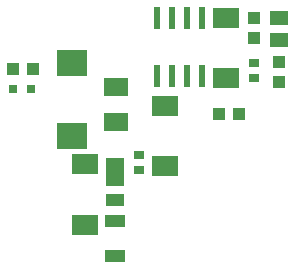
<source format=gbr>
G04 EAGLE Gerber RS-274X export*
G75*
%MOMM*%
%FSLAX34Y34*%
%LPD*%
%INSolderpaste Top*%
%IPPOS*%
%AMOC8*
5,1,8,0,0,1.08239X$1,22.5*%
G01*
%ADD10R,0.800000X0.800000*%
%ADD11R,1.000000X1.100000*%
%ADD12R,2.000000X1.500000*%
%ADD13R,2.520000X2.310000*%
%ADD14R,0.558800X1.981200*%
%ADD15R,0.900000X0.700000*%
%ADD16R,1.100000X1.000000*%
%ADD17R,1.500000X1.300000*%
%ADD18R,2.200000X1.800000*%
%ADD19R,1.800000X1.120000*%
%ADD20R,1.500000X1.050000*%
%ADD21R,1.500000X2.400000*%


D10*
X-139562Y3366D03*
X-124562Y3366D03*
D11*
X-139579Y20776D03*
X-122579Y20776D03*
D12*
X-52705Y-24652D03*
X-52705Y5348D03*
D13*
X-89535Y-35953D03*
X-89535Y26047D03*
D14*
X-17907Y14859D03*
X-5207Y14859D03*
X7493Y14859D03*
X20193Y14859D03*
X20193Y64135D03*
X7493Y64135D03*
X-5207Y64135D03*
X-17907Y64135D03*
D15*
X64331Y12654D03*
X64331Y25654D03*
D16*
X64447Y63863D03*
X64447Y46863D03*
D17*
X85852Y44983D03*
X85852Y63983D03*
D11*
X85852Y26661D03*
X85852Y9661D03*
D16*
X34553Y-17526D03*
X51553Y-17526D03*
D18*
X-78740Y-111225D03*
X-78740Y-60225D03*
D19*
X-53086Y-107909D03*
X-53086Y-137709D03*
D20*
X-53086Y-90053D03*
D21*
X-53086Y-66303D03*
D18*
X-11049Y-61949D03*
X-11049Y-10949D03*
D15*
X-32639Y-65197D03*
X-32639Y-52197D03*
D18*
X41021Y63727D03*
X41021Y12727D03*
M02*

</source>
